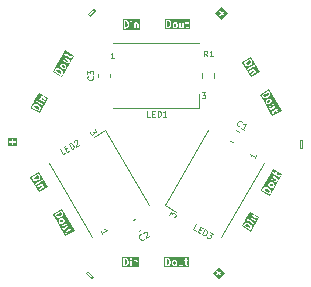
<source format=gto>
G04 #@! TF.GenerationSoftware,KiCad,Pcbnew,7.0.8*
G04 #@! TF.CreationDate,2024-03-08T23:23:19+05:00*
G04 #@! TF.ProjectId,Ws2812 PCB,57733238-3132-4205-9043-422e6b696361,1*
G04 #@! TF.SameCoordinates,Original*
G04 #@! TF.FileFunction,Legend,Top*
G04 #@! TF.FilePolarity,Positive*
%FSLAX46Y46*%
G04 Gerber Fmt 4.6, Leading zero omitted, Abs format (unit mm)*
G04 Created by KiCad (PCBNEW 7.0.8) date 2024-03-08 23:23:19*
%MOMM*%
%LPD*%
G01*
G04 APERTURE LIST*
%ADD10C,0.125000*%
%ADD11C,0.120000*%
G04 APERTURE END LIST*
D10*
G36*
X129079637Y-72801657D02*
G01*
X129092760Y-72865781D01*
X129078287Y-72919792D01*
X129052453Y-72958920D01*
X128978230Y-73030686D01*
X128917324Y-73065849D01*
X128818059Y-73094245D01*
X128771257Y-73097054D01*
X128717249Y-73082583D01*
X128668273Y-73039154D01*
X128633167Y-72978348D01*
X129044529Y-72740848D01*
X129079637Y-72801657D01*
G37*
G36*
X129841300Y-73699465D02*
G01*
X129064970Y-74147680D01*
X128810166Y-73706346D01*
X128930278Y-73706346D01*
X128936521Y-73753772D01*
X128974472Y-73782892D01*
X129021898Y-73776649D01*
X129296401Y-73618164D01*
X129300626Y-73619296D01*
X129333166Y-73640780D01*
X129361268Y-73689455D01*
X129362964Y-73717705D01*
X129347370Y-73741323D01*
X129087970Y-73891088D01*
X129058850Y-73929039D01*
X129065093Y-73976465D01*
X129103044Y-74005585D01*
X129150470Y-73999342D01*
X129422649Y-73842199D01*
X129431504Y-73830657D01*
X129443556Y-73822509D01*
X129478758Y-73769194D01*
X129482516Y-73749741D01*
X129488989Y-73731012D01*
X129485161Y-73667239D01*
X129478797Y-73654154D01*
X129476899Y-73639734D01*
X129434043Y-73565503D01*
X129422499Y-73556645D01*
X129414352Y-73544596D01*
X129396667Y-73532919D01*
X129391185Y-73491272D01*
X129353234Y-73462152D01*
X129305808Y-73468395D01*
X128959398Y-73668395D01*
X128930278Y-73706346D01*
X128810166Y-73706346D01*
X128667310Y-73458911D01*
X128787421Y-73458911D01*
X128793664Y-73506337D01*
X128831615Y-73535457D01*
X128879041Y-73529214D01*
X129225451Y-73329214D01*
X129254571Y-73291263D01*
X129248328Y-73243837D01*
X129210377Y-73214717D01*
X129162951Y-73220960D01*
X128816541Y-73420960D01*
X128787421Y-73458911D01*
X128667310Y-73458911D01*
X128367310Y-72939296D01*
X128487421Y-72939296D01*
X128493664Y-72986722D01*
X128565093Y-73110440D01*
X128573254Y-73116702D01*
X128577753Y-73125953D01*
X128645354Y-73185898D01*
X128659104Y-73190649D01*
X128670645Y-73199505D01*
X128748703Y-73220420D01*
X128758900Y-73219077D01*
X128768624Y-73222438D01*
X128832397Y-73218610D01*
X128838784Y-73215503D01*
X128845841Y-73216312D01*
X128946625Y-73187482D01*
X129257549Y-73187482D01*
X129263792Y-73234908D01*
X129275429Y-73243837D01*
X129301742Y-73264028D01*
X129301742Y-73264027D01*
X129301743Y-73264028D01*
X129340773Y-73274486D01*
X129388199Y-73268243D01*
X129406926Y-73243837D01*
X129417320Y-73230292D01*
X129417319Y-73230289D01*
X129427777Y-73191264D01*
X129427778Y-73191263D01*
X129421534Y-73143837D01*
X129415960Y-73139560D01*
X129383584Y-73114717D01*
X129383583Y-73114717D01*
X129344554Y-73104259D01*
X129344553Y-73104259D01*
X129339036Y-73104985D01*
X129297127Y-73110502D01*
X129268007Y-73148452D01*
X129257549Y-73187482D01*
X128946625Y-73187482D01*
X128959101Y-73183913D01*
X128965305Y-73178984D01*
X128973162Y-73177950D01*
X129047392Y-73135093D01*
X129052216Y-73128805D01*
X129059587Y-73125897D01*
X129144276Y-73044011D01*
X129147103Y-73037496D01*
X129152989Y-73033517D01*
X129188190Y-72980202D01*
X129190141Y-72970101D01*
X129196403Y-72961941D01*
X129217319Y-72883882D01*
X129215420Y-72869458D01*
X129218180Y-72855175D01*
X129200066Y-72766660D01*
X129194304Y-72758139D01*
X129192962Y-72747940D01*
X129121534Y-72624222D01*
X129083583Y-72595102D01*
X129036157Y-72601345D01*
X128516541Y-72901345D01*
X128487421Y-72939296D01*
X128367310Y-72939296D01*
X128345327Y-72901221D01*
X129121657Y-72453007D01*
X129841300Y-73699465D01*
G37*
G36*
X118523118Y-89579269D02*
G01*
X118562655Y-89618806D01*
X118583622Y-89660742D01*
X118608665Y-89760908D01*
X118608665Y-89831233D01*
X118583622Y-89931399D01*
X118562655Y-89973335D01*
X118523118Y-90012872D01*
X118461022Y-90033571D01*
X118390808Y-90033571D01*
X118390808Y-89558571D01*
X118461022Y-89558571D01*
X118523118Y-89579269D01*
G37*
G36*
X119619379Y-90244285D02*
G01*
X118180094Y-90244285D01*
X118180094Y-90096071D01*
X118265808Y-90096071D01*
X118284114Y-90140265D01*
X118328308Y-90158571D01*
X118471165Y-90158571D01*
X118480668Y-90154634D01*
X118490929Y-90155364D01*
X118576643Y-90126793D01*
X118587633Y-90117260D01*
X118601073Y-90111694D01*
X118616696Y-90096071D01*
X118865808Y-90096071D01*
X118884114Y-90140265D01*
X118928308Y-90158571D01*
X118972502Y-90140265D01*
X118990808Y-90096071D01*
X119151522Y-90096071D01*
X119169828Y-90140265D01*
X119214022Y-90158571D01*
X119258216Y-90140265D01*
X119276522Y-90096071D01*
X119276522Y-89779102D01*
X119279616Y-89776007D01*
X119314491Y-89758571D01*
X119370696Y-89758571D01*
X119396007Y-89771226D01*
X119408665Y-89796540D01*
X119408665Y-90096071D01*
X119426971Y-90140265D01*
X119471165Y-90158571D01*
X119515359Y-90140265D01*
X119533665Y-90096071D01*
X119533665Y-89781785D01*
X119528097Y-89768344D01*
X119527066Y-89753834D01*
X119498495Y-89696691D01*
X119483526Y-89683708D01*
X119470544Y-89668740D01*
X119413400Y-89640169D01*
X119398890Y-89639138D01*
X119385450Y-89633571D01*
X119299736Y-89633571D01*
X119286296Y-89639137D01*
X119271786Y-89640169D01*
X119252830Y-89649646D01*
X119214022Y-89633571D01*
X119169828Y-89651877D01*
X119151522Y-89696071D01*
X119151522Y-90096071D01*
X118990808Y-90096071D01*
X118990808Y-89696071D01*
X118972502Y-89651877D01*
X118928308Y-89633571D01*
X118884114Y-89651877D01*
X118865808Y-89696071D01*
X118865808Y-90096071D01*
X118616696Y-90096071D01*
X118658216Y-90054551D01*
X118662152Y-90045047D01*
X118669924Y-90038307D01*
X118698495Y-89981164D01*
X118698998Y-89974079D01*
X118703227Y-89968373D01*
X118731799Y-89854087D01*
X118730632Y-89846248D01*
X118733665Y-89838928D01*
X118733665Y-89753214D01*
X118730632Y-89745893D01*
X118731799Y-89738055D01*
X118703227Y-89623769D01*
X118698998Y-89618062D01*
X118698495Y-89610978D01*
X118669924Y-89553835D01*
X118662152Y-89547094D01*
X118658216Y-89537591D01*
X118645266Y-89524641D01*
X118837236Y-89524641D01*
X118855541Y-89568835D01*
X118855542Y-89568836D01*
X118884114Y-89597408D01*
X118884115Y-89597409D01*
X118906720Y-89606772D01*
X118928308Y-89615714D01*
X118928308Y-89615713D01*
X118928309Y-89615714D01*
X118946615Y-89608130D01*
X118972502Y-89597408D01*
X118972502Y-89597407D01*
X118972503Y-89597407D01*
X119001074Y-89568836D01*
X119019379Y-89524641D01*
X119007544Y-89496071D01*
X119001073Y-89480447D01*
X118972502Y-89451877D01*
X118944239Y-89440170D01*
X118928309Y-89433571D01*
X118928308Y-89433571D01*
X118920566Y-89436778D01*
X118884114Y-89451876D01*
X118855543Y-89480447D01*
X118855542Y-89480447D01*
X118855542Y-89480448D01*
X118855542Y-89480449D01*
X118837236Y-89524641D01*
X118645266Y-89524641D01*
X118601073Y-89480448D01*
X118587633Y-89474881D01*
X118576643Y-89465349D01*
X118490929Y-89436778D01*
X118480668Y-89437507D01*
X118471165Y-89433571D01*
X118328308Y-89433571D01*
X118284114Y-89451877D01*
X118265808Y-89496071D01*
X118265808Y-90096071D01*
X118180094Y-90096071D01*
X118180094Y-89347857D01*
X119619379Y-89347857D01*
X119619379Y-90244285D01*
G37*
X120560476Y-77499809D02*
X120322381Y-77499809D01*
X120322381Y-77499809D02*
X120322381Y-76999809D01*
X120727143Y-77237904D02*
X120893810Y-77237904D01*
X120965238Y-77499809D02*
X120727143Y-77499809D01*
X120727143Y-77499809D02*
X120727143Y-76999809D01*
X120727143Y-76999809D02*
X120965238Y-76999809D01*
X121179524Y-77499809D02*
X121179524Y-76999809D01*
X121179524Y-76999809D02*
X121298572Y-76999809D01*
X121298572Y-76999809D02*
X121370000Y-77023619D01*
X121370000Y-77023619D02*
X121417619Y-77071238D01*
X121417619Y-77071238D02*
X121441429Y-77118857D01*
X121441429Y-77118857D02*
X121465238Y-77214095D01*
X121465238Y-77214095D02*
X121465238Y-77285523D01*
X121465238Y-77285523D02*
X121441429Y-77380761D01*
X121441429Y-77380761D02*
X121417619Y-77428380D01*
X121417619Y-77428380D02*
X121370000Y-77476000D01*
X121370000Y-77476000D02*
X121298572Y-77499809D01*
X121298572Y-77499809D02*
X121179524Y-77499809D01*
X121941429Y-77499809D02*
X121655715Y-77499809D01*
X121798572Y-77499809D02*
X121798572Y-76999809D01*
X121798572Y-76999809D02*
X121750953Y-77071238D01*
X121750953Y-77071238D02*
X121703334Y-77118857D01*
X121703334Y-77118857D02*
X121655715Y-77142666D01*
X124917648Y-75449809D02*
X125227172Y-75449809D01*
X125227172Y-75449809D02*
X125060505Y-75640285D01*
X125060505Y-75640285D02*
X125131934Y-75640285D01*
X125131934Y-75640285D02*
X125179553Y-75664095D01*
X125179553Y-75664095D02*
X125203362Y-75687904D01*
X125203362Y-75687904D02*
X125227172Y-75735523D01*
X125227172Y-75735523D02*
X125227172Y-75854571D01*
X125227172Y-75854571D02*
X125203362Y-75902190D01*
X125203362Y-75902190D02*
X125179553Y-75926000D01*
X125179553Y-75926000D02*
X125131934Y-75949809D01*
X125131934Y-75949809D02*
X124989077Y-75949809D01*
X124989077Y-75949809D02*
X124941458Y-75926000D01*
X124941458Y-75926000D02*
X124917648Y-75902190D01*
X117502172Y-72574809D02*
X117216458Y-72574809D01*
X117359315Y-72574809D02*
X117359315Y-72074809D01*
X117359315Y-72074809D02*
X117311696Y-72146238D01*
X117311696Y-72146238D02*
X117264077Y-72193857D01*
X117264077Y-72193857D02*
X117216458Y-72217666D01*
G36*
X128768915Y-86601343D02*
G01*
X128868180Y-86629739D01*
X128929084Y-86664901D01*
X129003309Y-86736669D01*
X129029144Y-86775797D01*
X129043616Y-86829807D01*
X129030493Y-86893932D01*
X128995385Y-86954741D01*
X128584024Y-86717241D01*
X128619131Y-86656433D01*
X128668106Y-86613005D01*
X128722113Y-86598534D01*
X128768915Y-86601343D01*
G37*
G36*
X129792156Y-85996124D02*
G01*
X129072513Y-87242582D01*
X128296183Y-86794368D01*
X128318165Y-86756294D01*
X128438278Y-86756294D01*
X128467398Y-86794245D01*
X128987013Y-87094245D01*
X129034439Y-87100488D01*
X129072390Y-87071368D01*
X129143818Y-86947650D01*
X129145160Y-86937450D01*
X129150922Y-86928930D01*
X129169036Y-86840414D01*
X129166276Y-86826130D01*
X129168175Y-86811707D01*
X129147259Y-86733649D01*
X129140997Y-86725488D01*
X129139046Y-86715388D01*
X129103845Y-86662073D01*
X129097961Y-86658094D01*
X129095133Y-86651579D01*
X129010444Y-86569692D01*
X129003072Y-86566782D01*
X128998248Y-86560496D01*
X128924018Y-86517639D01*
X128916161Y-86516604D01*
X128909957Y-86511676D01*
X128796697Y-86479277D01*
X128789640Y-86480085D01*
X128783253Y-86476979D01*
X128719480Y-86473151D01*
X128709756Y-86476511D01*
X128699559Y-86475169D01*
X128621501Y-86496085D01*
X128609960Y-86504940D01*
X128596210Y-86509692D01*
X128528609Y-86569637D01*
X128524110Y-86578887D01*
X128515949Y-86585150D01*
X128444521Y-86708868D01*
X128438278Y-86756294D01*
X128318165Y-86756294D01*
X128560430Y-86336679D01*
X128911483Y-86336679D01*
X128940603Y-86374630D01*
X129287013Y-86574630D01*
X129334439Y-86580873D01*
X129372390Y-86551753D01*
X129378633Y-86504327D01*
X129349513Y-86466376D01*
X129003103Y-86266376D01*
X128955677Y-86260133D01*
X128917726Y-86289253D01*
X128911483Y-86336679D01*
X128560430Y-86336679D01*
X128618166Y-86236678D01*
X128738277Y-86236678D01*
X128748734Y-86275707D01*
X128777854Y-86313658D01*
X128825280Y-86319903D01*
X128825281Y-86319902D01*
X128864311Y-86309444D01*
X128864311Y-86309443D01*
X128864312Y-86309444D01*
X128902262Y-86280324D01*
X128903012Y-86274630D01*
X128908506Y-86232898D01*
X128908504Y-86232895D01*
X128898047Y-86193869D01*
X128898046Y-86193868D01*
X128898047Y-86193868D01*
X128868927Y-86155918D01*
X128821501Y-86149675D01*
X128782474Y-86160132D01*
X128782473Y-86160132D01*
X128758151Y-86178795D01*
X128744521Y-86189253D01*
X128743217Y-86199162D01*
X128738277Y-86236678D01*
X128618166Y-86236678D01*
X128703288Y-86089243D01*
X129054340Y-86089243D01*
X129083460Y-86127194D01*
X129429870Y-86327194D01*
X129477296Y-86333437D01*
X129515247Y-86304317D01*
X129521490Y-86256891D01*
X129492370Y-86218940D01*
X129217866Y-86060455D01*
X129216734Y-86056231D01*
X129219071Y-86017307D01*
X129247173Y-85968633D01*
X129270790Y-85953040D01*
X129299039Y-85954735D01*
X129558441Y-86104501D01*
X129605867Y-86110745D01*
X129643817Y-86081625D01*
X129650061Y-86034199D01*
X129620941Y-85996248D01*
X129348762Y-85839105D01*
X129334339Y-85837206D01*
X129321257Y-85830844D01*
X129257484Y-85827016D01*
X129238754Y-85833488D01*
X129219302Y-85837247D01*
X129165987Y-85872449D01*
X129157839Y-85884499D01*
X129146298Y-85893355D01*
X129103441Y-85967586D01*
X129101542Y-85982006D01*
X129095179Y-85995091D01*
X129093909Y-86016245D01*
X129060583Y-86041817D01*
X129054340Y-86089243D01*
X128703288Y-86089243D01*
X129015826Y-85547910D01*
X129792156Y-85996124D01*
G37*
G36*
X109289285Y-80023120D02*
G01*
X108535714Y-80023120D01*
X108535714Y-79646335D01*
X108621428Y-79646335D01*
X108639734Y-79690529D01*
X108683928Y-79708835D01*
X108850000Y-79708835D01*
X108850000Y-79874906D01*
X108868306Y-79919100D01*
X108912500Y-79937406D01*
X108956694Y-79919100D01*
X108975000Y-79874906D01*
X108975000Y-79708835D01*
X109141071Y-79708835D01*
X109185265Y-79690529D01*
X109203571Y-79646335D01*
X109185265Y-79602141D01*
X109141071Y-79583835D01*
X108975000Y-79583835D01*
X108975000Y-79417764D01*
X108956694Y-79373570D01*
X108912500Y-79355264D01*
X108868306Y-79373570D01*
X108850000Y-79417764D01*
X108850000Y-79583835D01*
X108683928Y-79583835D01*
X108639734Y-79602141D01*
X108621428Y-79646335D01*
X108535714Y-79646335D01*
X108535714Y-79269550D01*
X109289285Y-79269550D01*
X109289285Y-80023120D01*
G37*
G36*
X115840389Y-91070887D02*
G01*
X115630782Y-91280493D01*
X115097928Y-90747638D01*
X115245034Y-90747638D01*
X115263340Y-90791832D01*
X115586589Y-91115081D01*
X115630783Y-91133387D01*
X115674977Y-91115081D01*
X115693283Y-91070887D01*
X115674977Y-91026693D01*
X115351728Y-90703444D01*
X115307534Y-90685138D01*
X115263340Y-90703444D01*
X115245034Y-90747638D01*
X115097928Y-90747638D01*
X115307534Y-90538032D01*
X115840389Y-91070887D01*
G37*
G36*
X122089903Y-89579269D02*
G01*
X122129440Y-89618806D01*
X122150407Y-89660742D01*
X122175450Y-89760908D01*
X122175450Y-89831233D01*
X122150407Y-89931399D01*
X122129440Y-89973335D01*
X122089903Y-90012872D01*
X122027807Y-90033571D01*
X121957593Y-90033571D01*
X121957593Y-89558571D01*
X122027807Y-89558571D01*
X122089903Y-89579269D01*
G37*
G36*
X122686642Y-89776008D02*
G01*
X122700869Y-89790235D01*
X122718307Y-89825111D01*
X122718307Y-89967030D01*
X122700869Y-90001906D01*
X122686642Y-90016133D01*
X122651767Y-90033571D01*
X122595562Y-90033571D01*
X122560687Y-90016134D01*
X122546458Y-90001905D01*
X122529021Y-89967030D01*
X122529021Y-89825111D01*
X122546458Y-89790236D01*
X122560687Y-89776007D01*
X122595562Y-89758571D01*
X122651767Y-89758571D01*
X122686642Y-89776008D01*
G37*
G36*
X123871878Y-90244285D02*
G01*
X121746879Y-90244285D01*
X121746879Y-90096071D01*
X121832593Y-90096071D01*
X121850899Y-90140265D01*
X121895093Y-90158571D01*
X122037950Y-90158571D01*
X122047453Y-90154634D01*
X122057714Y-90155364D01*
X122143428Y-90126793D01*
X122154418Y-90117260D01*
X122167858Y-90111694D01*
X122225001Y-90054551D01*
X122228937Y-90045047D01*
X122236709Y-90038307D01*
X122264970Y-89981785D01*
X122404021Y-89981785D01*
X122409587Y-89995223D01*
X122410619Y-90009736D01*
X122439191Y-90066879D01*
X122446962Y-90073618D01*
X122450898Y-90083121D01*
X122479469Y-90111693D01*
X122488973Y-90115630D01*
X122495714Y-90123402D01*
X122552857Y-90151973D01*
X122567367Y-90153004D01*
X122580807Y-90158571D01*
X122666521Y-90158571D01*
X122679961Y-90153003D01*
X122694471Y-90151973D01*
X122751615Y-90123402D01*
X122758355Y-90115630D01*
X122767858Y-90111694D01*
X122796430Y-90083122D01*
X122800366Y-90073618D01*
X122808138Y-90066878D01*
X122836398Y-90010357D01*
X122975450Y-90010357D01*
X122981017Y-90023797D01*
X122982048Y-90038307D01*
X123010619Y-90095451D01*
X123025590Y-90108435D01*
X123038571Y-90123402D01*
X123095714Y-90151973D01*
X123110224Y-90153004D01*
X123123664Y-90158571D01*
X123209378Y-90158571D01*
X123222818Y-90153003D01*
X123237328Y-90151973D01*
X123256283Y-90142495D01*
X123295093Y-90158571D01*
X123339287Y-90140265D01*
X123357593Y-90096071D01*
X123357593Y-89696071D01*
X123432592Y-89696071D01*
X123450898Y-89740265D01*
X123495092Y-89758571D01*
X123518307Y-89758571D01*
X123518307Y-90010357D01*
X123523874Y-90023797D01*
X123524905Y-90038307D01*
X123553476Y-90095451D01*
X123568447Y-90108435D01*
X123581428Y-90123402D01*
X123638571Y-90151973D01*
X123653081Y-90153004D01*
X123666521Y-90158571D01*
X123723664Y-90158571D01*
X123767858Y-90140265D01*
X123786164Y-90096071D01*
X123767858Y-90051877D01*
X123723664Y-90033571D01*
X123681276Y-90033571D01*
X123655962Y-90020915D01*
X123643307Y-89995603D01*
X123643307Y-89758571D01*
X123723664Y-89758571D01*
X123767858Y-89740265D01*
X123786164Y-89696071D01*
X123767858Y-89651877D01*
X123723664Y-89633571D01*
X123643307Y-89633571D01*
X123643307Y-89496071D01*
X123625001Y-89451877D01*
X123580807Y-89433571D01*
X123536613Y-89451877D01*
X123518307Y-89496071D01*
X123518307Y-89633571D01*
X123495092Y-89633571D01*
X123450898Y-89651877D01*
X123432592Y-89696071D01*
X123357593Y-89696071D01*
X123339287Y-89651877D01*
X123295093Y-89633571D01*
X123250899Y-89651877D01*
X123232593Y-89696071D01*
X123232593Y-90013040D01*
X123229499Y-90016133D01*
X123194624Y-90033571D01*
X123138419Y-90033571D01*
X123113105Y-90020915D01*
X123100450Y-89995603D01*
X123100450Y-89696071D01*
X123082144Y-89651877D01*
X123037950Y-89633571D01*
X122993756Y-89651877D01*
X122975450Y-89696071D01*
X122975450Y-90010357D01*
X122836398Y-90010357D01*
X122836709Y-90009735D01*
X122837740Y-89995224D01*
X122843307Y-89981785D01*
X122843307Y-89810357D01*
X122837740Y-89796917D01*
X122836709Y-89782407D01*
X122808138Y-89725264D01*
X122800366Y-89718523D01*
X122796430Y-89709020D01*
X122767858Y-89680448D01*
X122758355Y-89676511D01*
X122751615Y-89668740D01*
X122694471Y-89640169D01*
X122679961Y-89639138D01*
X122666521Y-89633571D01*
X122580807Y-89633571D01*
X122567367Y-89639137D01*
X122552857Y-89640169D01*
X122495714Y-89668740D01*
X122488973Y-89676511D01*
X122479469Y-89680449D01*
X122450898Y-89709021D01*
X122446962Y-89718523D01*
X122439191Y-89725263D01*
X122410619Y-89782406D01*
X122409587Y-89796918D01*
X122404021Y-89810357D01*
X122404021Y-89981785D01*
X122264970Y-89981785D01*
X122265280Y-89981164D01*
X122265783Y-89974079D01*
X122270012Y-89968373D01*
X122298584Y-89854087D01*
X122297417Y-89846248D01*
X122300450Y-89838928D01*
X122300450Y-89753214D01*
X122297417Y-89745893D01*
X122298584Y-89738055D01*
X122270012Y-89623769D01*
X122265783Y-89618062D01*
X122265280Y-89610978D01*
X122236709Y-89553835D01*
X122228937Y-89547094D01*
X122225001Y-89537591D01*
X122167858Y-89480448D01*
X122154418Y-89474881D01*
X122143428Y-89465349D01*
X122057714Y-89436778D01*
X122047453Y-89437507D01*
X122037950Y-89433571D01*
X121895093Y-89433571D01*
X121850899Y-89451877D01*
X121832593Y-89496071D01*
X121832593Y-90096071D01*
X121746879Y-90096071D01*
X121746879Y-89347857D01*
X123871878Y-89347857D01*
X123871878Y-90244285D01*
G37*
G36*
X122139903Y-69436269D02*
G01*
X122179440Y-69475806D01*
X122200407Y-69517742D01*
X122225450Y-69617908D01*
X122225450Y-69688233D01*
X122200407Y-69788399D01*
X122179440Y-69830335D01*
X122139903Y-69869872D01*
X122077807Y-69890571D01*
X122007593Y-69890571D01*
X122007593Y-69415571D01*
X122077807Y-69415571D01*
X122139903Y-69436269D01*
G37*
G36*
X122736642Y-69633008D02*
G01*
X122750869Y-69647235D01*
X122768307Y-69682111D01*
X122768307Y-69824030D01*
X122750869Y-69858906D01*
X122736642Y-69873133D01*
X122701767Y-69890571D01*
X122645562Y-69890571D01*
X122610687Y-69873134D01*
X122596458Y-69858905D01*
X122579021Y-69824030D01*
X122579021Y-69682111D01*
X122596458Y-69647236D01*
X122610687Y-69633007D01*
X122645562Y-69615571D01*
X122701767Y-69615571D01*
X122736642Y-69633008D01*
G37*
G36*
X123921878Y-70101285D02*
G01*
X121796879Y-70101285D01*
X121796879Y-69953071D01*
X121882593Y-69953071D01*
X121900899Y-69997265D01*
X121945093Y-70015571D01*
X122087950Y-70015571D01*
X122097453Y-70011634D01*
X122107714Y-70012364D01*
X122193428Y-69983793D01*
X122204418Y-69974260D01*
X122217858Y-69968694D01*
X122275001Y-69911551D01*
X122278937Y-69902047D01*
X122286709Y-69895307D01*
X122314970Y-69838785D01*
X122454021Y-69838785D01*
X122459587Y-69852223D01*
X122460619Y-69866736D01*
X122489191Y-69923879D01*
X122496962Y-69930618D01*
X122500898Y-69940121D01*
X122529469Y-69968693D01*
X122538973Y-69972630D01*
X122545714Y-69980402D01*
X122602857Y-70008973D01*
X122617367Y-70010004D01*
X122630807Y-70015571D01*
X122716521Y-70015571D01*
X122729961Y-70010003D01*
X122744471Y-70008973D01*
X122801615Y-69980402D01*
X122808355Y-69972630D01*
X122817858Y-69968694D01*
X122846430Y-69940122D01*
X122850366Y-69930618D01*
X122858138Y-69923878D01*
X122886398Y-69867357D01*
X123025450Y-69867357D01*
X123031017Y-69880797D01*
X123032048Y-69895307D01*
X123060619Y-69952451D01*
X123075590Y-69965435D01*
X123088571Y-69980402D01*
X123145714Y-70008973D01*
X123160224Y-70010004D01*
X123173664Y-70015571D01*
X123259378Y-70015571D01*
X123272818Y-70010003D01*
X123287328Y-70008973D01*
X123306283Y-69999495D01*
X123345093Y-70015571D01*
X123389287Y-69997265D01*
X123407593Y-69953071D01*
X123407593Y-69553071D01*
X123482592Y-69553071D01*
X123500898Y-69597265D01*
X123545092Y-69615571D01*
X123568307Y-69615571D01*
X123568307Y-69867357D01*
X123573874Y-69880797D01*
X123574905Y-69895307D01*
X123603476Y-69952451D01*
X123618447Y-69965435D01*
X123631428Y-69980402D01*
X123688571Y-70008973D01*
X123703081Y-70010004D01*
X123716521Y-70015571D01*
X123773664Y-70015571D01*
X123817858Y-69997265D01*
X123836164Y-69953071D01*
X123817858Y-69908877D01*
X123773664Y-69890571D01*
X123731276Y-69890571D01*
X123705962Y-69877915D01*
X123693307Y-69852603D01*
X123693307Y-69615571D01*
X123773664Y-69615571D01*
X123817858Y-69597265D01*
X123836164Y-69553071D01*
X123817858Y-69508877D01*
X123773664Y-69490571D01*
X123693307Y-69490571D01*
X123693307Y-69353071D01*
X123675001Y-69308877D01*
X123630807Y-69290571D01*
X123586613Y-69308877D01*
X123568307Y-69353071D01*
X123568307Y-69490571D01*
X123545092Y-69490571D01*
X123500898Y-69508877D01*
X123482592Y-69553071D01*
X123407593Y-69553071D01*
X123389287Y-69508877D01*
X123345093Y-69490571D01*
X123300899Y-69508877D01*
X123282593Y-69553071D01*
X123282593Y-69870040D01*
X123279499Y-69873133D01*
X123244624Y-69890571D01*
X123188419Y-69890571D01*
X123163105Y-69877915D01*
X123150450Y-69852603D01*
X123150450Y-69553071D01*
X123132144Y-69508877D01*
X123087950Y-69490571D01*
X123043756Y-69508877D01*
X123025450Y-69553071D01*
X123025450Y-69867357D01*
X122886398Y-69867357D01*
X122886709Y-69866735D01*
X122887740Y-69852224D01*
X122893307Y-69838785D01*
X122893307Y-69667357D01*
X122887740Y-69653917D01*
X122886709Y-69639407D01*
X122858138Y-69582264D01*
X122850366Y-69575523D01*
X122846430Y-69566020D01*
X122817858Y-69537448D01*
X122808355Y-69533511D01*
X122801615Y-69525740D01*
X122744471Y-69497169D01*
X122729961Y-69496138D01*
X122716521Y-69490571D01*
X122630807Y-69490571D01*
X122617367Y-69496137D01*
X122602857Y-69497169D01*
X122545714Y-69525740D01*
X122538973Y-69533511D01*
X122529469Y-69537449D01*
X122500898Y-69566021D01*
X122496962Y-69575523D01*
X122489191Y-69582263D01*
X122460619Y-69639406D01*
X122459587Y-69653918D01*
X122454021Y-69667357D01*
X122454021Y-69838785D01*
X122314970Y-69838785D01*
X122315280Y-69838164D01*
X122315783Y-69831079D01*
X122320012Y-69825373D01*
X122348584Y-69711087D01*
X122347417Y-69703248D01*
X122350450Y-69695928D01*
X122350450Y-69610214D01*
X122347417Y-69602893D01*
X122348584Y-69595055D01*
X122320012Y-69480769D01*
X122315783Y-69475062D01*
X122315280Y-69467978D01*
X122286709Y-69410835D01*
X122278937Y-69404094D01*
X122275001Y-69394591D01*
X122217858Y-69337448D01*
X122204418Y-69331881D01*
X122193428Y-69322349D01*
X122107714Y-69293778D01*
X122097453Y-69294507D01*
X122087950Y-69290571D01*
X121945093Y-69290571D01*
X121900899Y-69308877D01*
X121882593Y-69353071D01*
X121882593Y-69953071D01*
X121796879Y-69953071D01*
X121796879Y-69204857D01*
X123921878Y-69204857D01*
X123921878Y-70101285D01*
G37*
G36*
X112771432Y-73526055D02*
G01*
X112870697Y-73554451D01*
X112931600Y-73589613D01*
X113005827Y-73661384D01*
X113031661Y-73700511D01*
X113046132Y-73754520D01*
X113033010Y-73818644D01*
X112997902Y-73879453D01*
X112586540Y-73641953D01*
X112621647Y-73581145D01*
X112670621Y-73537717D01*
X112724629Y-73523246D01*
X112771432Y-73526055D01*
G37*
G36*
X113197728Y-73116425D02*
G01*
X113320634Y-73187386D01*
X113342117Y-73219923D01*
X113347325Y-73239359D01*
X113344989Y-73278282D01*
X113316887Y-73326955D01*
X113284346Y-73348440D01*
X113264914Y-73353647D01*
X113225991Y-73351311D01*
X113103085Y-73280350D01*
X113081600Y-73247811D01*
X113076393Y-73228379D01*
X113078729Y-73189456D01*
X113106831Y-73140781D01*
X113139370Y-73119297D01*
X113158805Y-73114089D01*
X113197728Y-73116425D01*
G37*
G36*
X114137529Y-72326990D02*
G01*
X113075029Y-74167294D01*
X112298699Y-73719080D01*
X112320681Y-73681006D01*
X112440794Y-73681006D01*
X112469914Y-73718957D01*
X112989529Y-74018957D01*
X113036955Y-74025200D01*
X113074906Y-73996080D01*
X113146334Y-73872362D01*
X113147676Y-73862164D01*
X113153439Y-73853642D01*
X113171552Y-73765125D01*
X113168792Y-73750841D01*
X113170691Y-73736419D01*
X113149776Y-73658361D01*
X113143514Y-73650200D01*
X113141563Y-73640100D01*
X113106361Y-73586785D01*
X113100477Y-73582806D01*
X113097649Y-73576291D01*
X113012961Y-73494404D01*
X113005589Y-73491494D01*
X113000765Y-73485208D01*
X112926535Y-73442351D01*
X112918678Y-73441316D01*
X112912474Y-73436388D01*
X112799214Y-73403989D01*
X112792157Y-73404797D01*
X112785770Y-73401691D01*
X112721997Y-73397863D01*
X112712273Y-73401223D01*
X112702076Y-73399881D01*
X112624017Y-73420797D01*
X112612475Y-73429653D01*
X112598726Y-73434405D01*
X112531126Y-73494350D01*
X112526628Y-73503599D01*
X112518466Y-73509862D01*
X112447037Y-73633580D01*
X112440794Y-73681006D01*
X112320681Y-73681006D01*
X112580485Y-73231012D01*
X112951010Y-73231012D01*
X112954370Y-73240735D01*
X112953028Y-73250933D01*
X112963486Y-73289963D01*
X112969747Y-73298123D01*
X112971699Y-73308223D01*
X113006901Y-73361538D01*
X113018952Y-73369686D01*
X113027808Y-73381228D01*
X113176269Y-73466942D01*
X113190691Y-73468840D01*
X113203774Y-73475203D01*
X113267547Y-73479031D01*
X113277270Y-73475670D01*
X113287468Y-73477013D01*
X113326498Y-73466555D01*
X113334658Y-73460293D01*
X113344758Y-73458342D01*
X113398072Y-73423141D01*
X113406220Y-73411090D01*
X113417762Y-73402234D01*
X113460620Y-73328003D01*
X113462518Y-73313581D01*
X113468882Y-73300497D01*
X113472709Y-73236724D01*
X113469349Y-73227002D01*
X113470692Y-73216805D01*
X113460235Y-73177776D01*
X113453972Y-73169614D01*
X113452021Y-73159514D01*
X113416819Y-73106199D01*
X113404767Y-73098050D01*
X113395912Y-73086509D01*
X113247451Y-73000795D01*
X113233028Y-72998896D01*
X113219946Y-72992534D01*
X113156173Y-72988706D01*
X113146449Y-72992066D01*
X113136252Y-72990724D01*
X113097222Y-73001182D01*
X113089061Y-73007443D01*
X113078961Y-73009395D01*
X113025646Y-73044596D01*
X113017496Y-73056648D01*
X113005956Y-73065504D01*
X112963099Y-73139734D01*
X112961200Y-73154156D01*
X112954838Y-73167239D01*
X112951010Y-73231012D01*
X112580485Y-73231012D01*
X112834374Y-72791263D01*
X113185428Y-72791263D01*
X113214548Y-72829214D01*
X113486727Y-72986356D01*
X113501149Y-72988254D01*
X113514232Y-72994617D01*
X113578005Y-72998445D01*
X113596734Y-72991972D01*
X113616187Y-72988214D01*
X113669501Y-72953013D01*
X113677648Y-72940963D01*
X113689192Y-72932106D01*
X113732048Y-72857875D01*
X113733946Y-72843454D01*
X113740310Y-72830370D01*
X113741579Y-72809215D01*
X113774906Y-72783644D01*
X113781149Y-72736218D01*
X113752029Y-72698267D01*
X113405619Y-72498267D01*
X113358193Y-72492024D01*
X113320242Y-72521144D01*
X113313999Y-72568570D01*
X113343119Y-72606521D01*
X113617622Y-72765005D01*
X113618754Y-72769229D01*
X113616417Y-72808153D01*
X113588315Y-72856828D01*
X113564699Y-72872420D01*
X113536449Y-72870725D01*
X113277048Y-72720960D01*
X113229622Y-72714717D01*
X113191671Y-72743837D01*
X113185428Y-72791263D01*
X112834374Y-72791263D01*
X113163538Y-72221135D01*
X113283651Y-72221135D01*
X113312771Y-72259086D01*
X113431848Y-72327835D01*
X113420242Y-72347939D01*
X113413999Y-72395365D01*
X113443119Y-72433316D01*
X113490545Y-72439559D01*
X113528496Y-72410439D01*
X113540102Y-72390335D01*
X113758156Y-72516228D01*
X113772578Y-72518126D01*
X113785661Y-72524489D01*
X113849433Y-72528317D01*
X113868162Y-72521844D01*
X113887615Y-72518086D01*
X113940929Y-72482885D01*
X113949076Y-72470835D01*
X113960619Y-72461979D01*
X113989191Y-72412492D01*
X113995435Y-72365065D01*
X113966316Y-72327115D01*
X113918889Y-72320871D01*
X113880939Y-72349990D01*
X113859744Y-72386699D01*
X113836127Y-72402292D01*
X113807878Y-72400597D01*
X113602603Y-72282081D01*
X113642782Y-72212491D01*
X113649025Y-72165065D01*
X113619905Y-72127114D01*
X113572479Y-72120871D01*
X113534528Y-72149991D01*
X113494349Y-72219581D01*
X113375271Y-72150832D01*
X113327845Y-72144589D01*
X113289894Y-72173709D01*
X113283651Y-72221135D01*
X113163538Y-72221135D01*
X113361199Y-71878776D01*
X114137529Y-72326990D01*
G37*
G36*
X118564903Y-69461269D02*
G01*
X118604440Y-69500806D01*
X118625407Y-69542742D01*
X118650450Y-69642908D01*
X118650450Y-69713233D01*
X118625407Y-69813399D01*
X118604440Y-69855335D01*
X118564903Y-69894872D01*
X118502807Y-69915571D01*
X118432593Y-69915571D01*
X118432593Y-69440571D01*
X118502807Y-69440571D01*
X118564903Y-69461269D01*
G37*
G36*
X119661164Y-70126285D02*
G01*
X118221879Y-70126285D01*
X118221879Y-69978071D01*
X118307593Y-69978071D01*
X118325899Y-70022265D01*
X118370093Y-70040571D01*
X118512950Y-70040571D01*
X118522453Y-70036634D01*
X118532714Y-70037364D01*
X118618428Y-70008793D01*
X118629418Y-69999260D01*
X118642858Y-69993694D01*
X118658481Y-69978071D01*
X118907593Y-69978071D01*
X118925899Y-70022265D01*
X118970093Y-70040571D01*
X119014287Y-70022265D01*
X119032593Y-69978071D01*
X119193307Y-69978071D01*
X119211613Y-70022265D01*
X119255807Y-70040571D01*
X119300001Y-70022265D01*
X119318307Y-69978071D01*
X119318307Y-69661102D01*
X119321401Y-69658007D01*
X119356276Y-69640571D01*
X119412481Y-69640571D01*
X119437792Y-69653226D01*
X119450450Y-69678540D01*
X119450450Y-69978071D01*
X119468756Y-70022265D01*
X119512950Y-70040571D01*
X119557144Y-70022265D01*
X119575450Y-69978071D01*
X119575450Y-69663785D01*
X119569882Y-69650344D01*
X119568851Y-69635834D01*
X119540280Y-69578691D01*
X119525311Y-69565708D01*
X119512329Y-69550740D01*
X119455185Y-69522169D01*
X119440675Y-69521138D01*
X119427235Y-69515571D01*
X119341521Y-69515571D01*
X119328081Y-69521137D01*
X119313571Y-69522169D01*
X119294615Y-69531646D01*
X119255807Y-69515571D01*
X119211613Y-69533877D01*
X119193307Y-69578071D01*
X119193307Y-69978071D01*
X119032593Y-69978071D01*
X119032593Y-69578071D01*
X119014287Y-69533877D01*
X118970093Y-69515571D01*
X118925899Y-69533877D01*
X118907593Y-69578071D01*
X118907593Y-69978071D01*
X118658481Y-69978071D01*
X118700001Y-69936551D01*
X118703937Y-69927047D01*
X118711709Y-69920307D01*
X118740280Y-69863164D01*
X118740783Y-69856079D01*
X118745012Y-69850373D01*
X118773584Y-69736087D01*
X118772417Y-69728248D01*
X118775450Y-69720928D01*
X118775450Y-69635214D01*
X118772417Y-69627893D01*
X118773584Y-69620055D01*
X118745012Y-69505769D01*
X118740783Y-69500062D01*
X118740280Y-69492978D01*
X118711709Y-69435835D01*
X118703937Y-69429094D01*
X118700001Y-69419591D01*
X118687051Y-69406641D01*
X118879021Y-69406641D01*
X118897326Y-69450835D01*
X118897327Y-69450836D01*
X118925899Y-69479408D01*
X118925900Y-69479409D01*
X118948505Y-69488772D01*
X118970093Y-69497714D01*
X118970093Y-69497713D01*
X118970094Y-69497714D01*
X118988400Y-69490130D01*
X119014287Y-69479408D01*
X119014287Y-69479407D01*
X119014288Y-69479407D01*
X119042859Y-69450836D01*
X119061164Y-69406641D01*
X119049329Y-69378071D01*
X119042858Y-69362447D01*
X119014287Y-69333877D01*
X118986024Y-69322170D01*
X118970094Y-69315571D01*
X118970093Y-69315571D01*
X118962351Y-69318778D01*
X118925899Y-69333876D01*
X118897328Y-69362447D01*
X118897327Y-69362447D01*
X118897327Y-69362448D01*
X118897327Y-69362449D01*
X118879021Y-69406641D01*
X118687051Y-69406641D01*
X118642858Y-69362448D01*
X118629418Y-69356881D01*
X118618428Y-69347349D01*
X118532714Y-69318778D01*
X118522453Y-69319507D01*
X118512950Y-69315571D01*
X118370093Y-69315571D01*
X118325899Y-69333877D01*
X118307593Y-69378071D01*
X118307593Y-69978071D01*
X118221879Y-69978071D01*
X118221879Y-69229857D01*
X119661164Y-69229857D01*
X119661164Y-70126285D01*
G37*
G36*
X127146610Y-68752847D02*
G01*
X126613756Y-69285701D01*
X126242526Y-68914471D01*
X126389631Y-68914471D01*
X126407937Y-68958665D01*
X126452131Y-68976971D01*
X126496325Y-68958665D01*
X126613755Y-68841234D01*
X126731186Y-68958665D01*
X126775380Y-68976971D01*
X126819574Y-68958665D01*
X126837880Y-68914471D01*
X126819574Y-68870277D01*
X126702143Y-68752846D01*
X126819574Y-68635416D01*
X126837880Y-68591222D01*
X126819574Y-68547028D01*
X126775380Y-68528722D01*
X126731186Y-68547028D01*
X126613755Y-68664458D01*
X126496325Y-68547028D01*
X126452131Y-68528722D01*
X126407937Y-68547028D01*
X126389631Y-68591222D01*
X126407937Y-68635416D01*
X126525367Y-68752846D01*
X126407937Y-68870277D01*
X126389631Y-68914471D01*
X126242526Y-68914471D01*
X126080901Y-68752846D01*
X126613755Y-68219992D01*
X127146610Y-68752847D01*
G37*
G36*
X113136247Y-86219456D02*
G01*
X113168788Y-86240942D01*
X113196889Y-86289615D01*
X113199226Y-86328539D01*
X113194018Y-86347974D01*
X113172535Y-86380511D01*
X113049628Y-86451472D01*
X113010705Y-86453808D01*
X112991273Y-86448601D01*
X112958733Y-86427116D01*
X112930631Y-86378442D01*
X112928294Y-86339518D01*
X112933501Y-86320085D01*
X112954985Y-86287546D01*
X113077892Y-86216585D01*
X113116815Y-86214249D01*
X113136247Y-86219456D01*
G37*
G36*
X113058116Y-85649253D02*
G01*
X113071238Y-85713376D01*
X113056765Y-85767388D01*
X113030931Y-85806516D01*
X112956710Y-85878280D01*
X112895806Y-85913444D01*
X112796538Y-85941841D01*
X112749737Y-85944650D01*
X112695726Y-85930178D01*
X112646753Y-85886752D01*
X112611646Y-85825944D01*
X113023008Y-85588444D01*
X113058116Y-85649253D01*
G37*
G36*
X114162635Y-87140907D02*
G01*
X113386304Y-87589122D01*
X113206182Y-87277142D01*
X113345768Y-87277142D01*
X113349596Y-87340915D01*
X113355958Y-87353997D01*
X113357857Y-87368420D01*
X113386428Y-87417906D01*
X113424378Y-87447027D01*
X113471804Y-87440783D01*
X113500925Y-87402833D01*
X113494681Y-87355407D01*
X113473488Y-87318697D01*
X113471792Y-87290448D01*
X113487385Y-87266832D01*
X113692660Y-87148316D01*
X113732839Y-87217907D01*
X113770790Y-87247027D01*
X113818216Y-87240784D01*
X113847336Y-87202833D01*
X113841093Y-87155407D01*
X113800914Y-87085815D01*
X113919992Y-87017066D01*
X113949112Y-86979115D01*
X113942868Y-86931689D01*
X113904918Y-86902569D01*
X113857492Y-86908813D01*
X113738414Y-86977562D01*
X113726807Y-86957458D01*
X113688856Y-86928338D01*
X113641430Y-86934581D01*
X113612310Y-86972532D01*
X113618553Y-87019958D01*
X113630160Y-87040062D01*
X113412108Y-87165955D01*
X113403252Y-87177496D01*
X113391201Y-87185645D01*
X113355999Y-87238960D01*
X113352240Y-87258412D01*
X113345768Y-87277142D01*
X113206182Y-87277142D01*
X112934753Y-86807013D01*
X113074340Y-86807013D01*
X113078167Y-86870786D01*
X113084530Y-86883869D01*
X113086429Y-86898293D01*
X113129287Y-86972523D01*
X113140827Y-86981377D01*
X113148976Y-86993429D01*
X113166660Y-87005105D01*
X113172143Y-87046753D01*
X113210094Y-87075873D01*
X113257520Y-87069630D01*
X113307006Y-87041059D01*
X113307007Y-87041059D01*
X113307007Y-87041058D01*
X113603930Y-86869630D01*
X113633050Y-86831679D01*
X113626807Y-86784253D01*
X113588856Y-86755133D01*
X113541430Y-86761376D01*
X113266925Y-86919861D01*
X113262702Y-86918729D01*
X113230162Y-86897244D01*
X113202059Y-86848569D01*
X113200363Y-86820320D01*
X113215956Y-86796703D01*
X113475358Y-86646938D01*
X113504478Y-86608987D01*
X113498234Y-86561561D01*
X113460284Y-86532441D01*
X113412858Y-86538685D01*
X113140679Y-86695827D01*
X113131821Y-86707370D01*
X113119772Y-86715518D01*
X113084571Y-86768832D01*
X113080812Y-86788286D01*
X113074340Y-86807013D01*
X112934753Y-86807013D01*
X112663325Y-86336886D01*
X112802911Y-86336886D01*
X112806739Y-86400659D01*
X112813102Y-86413743D01*
X112815001Y-86428164D01*
X112857858Y-86502395D01*
X112869399Y-86511250D01*
X112877547Y-86523301D01*
X112930862Y-86558503D01*
X112940962Y-86560454D01*
X112949123Y-86566716D01*
X112988152Y-86577174D01*
X112998349Y-86575831D01*
X113008073Y-86579192D01*
X113071846Y-86575364D01*
X113084928Y-86569001D01*
X113099351Y-86567103D01*
X113247813Y-86481389D01*
X113256668Y-86469847D01*
X113268720Y-86461699D01*
X113303921Y-86408384D01*
X113305872Y-86398283D01*
X113312134Y-86390123D01*
X113322592Y-86351093D01*
X113321249Y-86340895D01*
X113324610Y-86331172D01*
X113320782Y-86267399D01*
X113314419Y-86254316D01*
X113312521Y-86239894D01*
X113269663Y-86165664D01*
X113258123Y-86156809D01*
X113249974Y-86144757D01*
X113196659Y-86109555D01*
X113186559Y-86107603D01*
X113178399Y-86101342D01*
X113139369Y-86090884D01*
X113129171Y-86092226D01*
X113119448Y-86088866D01*
X113055675Y-86092694D01*
X113042592Y-86099056D01*
X113028170Y-86100955D01*
X112879708Y-86186669D01*
X112870850Y-86198212D01*
X112858801Y-86206360D01*
X112823600Y-86259674D01*
X112821648Y-86269774D01*
X112815387Y-86277935D01*
X112804929Y-86316965D01*
X112806271Y-86327162D01*
X112802911Y-86336886D01*
X112663325Y-86336886D01*
X112345786Y-85786892D01*
X112465900Y-85786892D01*
X112472143Y-85834318D01*
X112543571Y-85958036D01*
X112551732Y-85964298D01*
X112556231Y-85973549D01*
X112623832Y-86033494D01*
X112637581Y-86038245D01*
X112649123Y-86047102D01*
X112727182Y-86068016D01*
X112737379Y-86066673D01*
X112747103Y-86070034D01*
X112810876Y-86066206D01*
X112817263Y-86063099D01*
X112824320Y-86063908D01*
X112937580Y-86031509D01*
X112943785Y-86026579D01*
X112951641Y-86025545D01*
X113025872Y-85982688D01*
X113030696Y-85976401D01*
X113038065Y-85973493D01*
X113122754Y-85891607D01*
X113125581Y-85885092D01*
X113131467Y-85881113D01*
X113166668Y-85827798D01*
X113168619Y-85817697D01*
X113174881Y-85809537D01*
X113195797Y-85731478D01*
X113193898Y-85717055D01*
X113196658Y-85702772D01*
X113178545Y-85614256D01*
X113172782Y-85605733D01*
X113171440Y-85595536D01*
X113100012Y-85471818D01*
X113062061Y-85442698D01*
X113014635Y-85448941D01*
X112495020Y-85748941D01*
X112465900Y-85786892D01*
X112345786Y-85786892D01*
X112323804Y-85748818D01*
X113100135Y-85300603D01*
X114162635Y-87140907D01*
G37*
X128121736Y-78312505D02*
X128089211Y-78321220D01*
X128089211Y-78321220D02*
X128015448Y-78306126D01*
X128015448Y-78306126D02*
X127974208Y-78282316D01*
X127974208Y-78282316D02*
X127924254Y-78225982D01*
X127924254Y-78225982D02*
X127906824Y-78160933D01*
X127906824Y-78160933D02*
X127910014Y-78107789D01*
X127910014Y-78107789D02*
X127937014Y-78013406D01*
X127937014Y-78013406D02*
X127972728Y-77951547D01*
X127972728Y-77951547D02*
X128040967Y-77880973D01*
X128040967Y-77880973D02*
X128085396Y-77851639D01*
X128085396Y-77851639D02*
X128150445Y-77834209D01*
X128150445Y-77834209D02*
X128224208Y-77849303D01*
X128224208Y-77849303D02*
X128265448Y-77873113D01*
X128265448Y-77873113D02*
X128315402Y-77929447D01*
X128315402Y-77929447D02*
X128324117Y-77961971D01*
X128510319Y-78591840D02*
X128262883Y-78448983D01*
X128386601Y-78520411D02*
X128636601Y-78087399D01*
X128636601Y-78087399D02*
X128559648Y-78125448D01*
X128559648Y-78125448D02*
X128494599Y-78142878D01*
X128494599Y-78142878D02*
X128441455Y-78139688D01*
G36*
X116000493Y-68514216D02*
G01*
X115467638Y-69047071D01*
X115258033Y-68837465D01*
X115405138Y-68837465D01*
X115423444Y-68881659D01*
X115467638Y-68899965D01*
X115511832Y-68881659D01*
X115835081Y-68558410D01*
X115853387Y-68514216D01*
X115835081Y-68470022D01*
X115790887Y-68451716D01*
X115746693Y-68470022D01*
X115423444Y-68793271D01*
X115405138Y-68837465D01*
X115258033Y-68837465D01*
X115258032Y-68837464D01*
X115790887Y-68304610D01*
X116000493Y-68514216D01*
G37*
G36*
X133535714Y-80248120D02*
G01*
X133239286Y-80248120D01*
X133239286Y-80099906D01*
X133325000Y-80099906D01*
X133343306Y-80144100D01*
X133387500Y-80162406D01*
X133431694Y-80144100D01*
X133450000Y-80099906D01*
X133450000Y-79642764D01*
X133431694Y-79598570D01*
X133387500Y-79580264D01*
X133343306Y-79598570D01*
X133325000Y-79642764D01*
X133325000Y-80099906D01*
X133239286Y-80099906D01*
X133239286Y-79494550D01*
X133535714Y-79494550D01*
X133535714Y-80248120D01*
G37*
G36*
X130657769Y-76096860D02*
G01*
X130690310Y-76118346D01*
X130718411Y-76167019D01*
X130720748Y-76205943D01*
X130715541Y-76225376D01*
X130694056Y-76257915D01*
X130571150Y-76328876D01*
X130532227Y-76331212D01*
X130512795Y-76326005D01*
X130480255Y-76304520D01*
X130452152Y-76255845D01*
X130449816Y-76216924D01*
X130455023Y-76197487D01*
X130476507Y-76164950D01*
X130599413Y-76093989D01*
X130638336Y-76091653D01*
X130657769Y-76096860D01*
G37*
G36*
X130579637Y-75526657D02*
G01*
X130592760Y-75590781D01*
X130578287Y-75644792D01*
X130552453Y-75683920D01*
X130478230Y-75755686D01*
X130417324Y-75790849D01*
X130318059Y-75819245D01*
X130271257Y-75822054D01*
X130217249Y-75807583D01*
X130168273Y-75764154D01*
X130133167Y-75703348D01*
X130544529Y-75465848D01*
X130579637Y-75526657D01*
G37*
G36*
X131684157Y-77018311D02*
G01*
X130907827Y-77466525D01*
X130727705Y-77154545D01*
X130867290Y-77154545D01*
X130871117Y-77218317D01*
X130877479Y-77231399D01*
X130879378Y-77245823D01*
X130907951Y-77295311D01*
X130945901Y-77324431D01*
X130993327Y-77318188D01*
X131022447Y-77280237D01*
X131016204Y-77232811D01*
X130995009Y-77196100D01*
X130993313Y-77167852D01*
X131008906Y-77144235D01*
X131214181Y-77025720D01*
X131254360Y-77095311D01*
X131292311Y-77124431D01*
X131339737Y-77118188D01*
X131368857Y-77080237D01*
X131362614Y-77032811D01*
X131322435Y-76963219D01*
X131441514Y-76894470D01*
X131470634Y-76856519D01*
X131464390Y-76809093D01*
X131426440Y-76779973D01*
X131379014Y-76786217D01*
X131259935Y-76854966D01*
X131248328Y-76834862D01*
X131210377Y-76805742D01*
X131162951Y-76811985D01*
X131133831Y-76849936D01*
X131140074Y-76897362D01*
X131151681Y-76917466D01*
X130933629Y-77043359D01*
X130924771Y-77054902D01*
X130912722Y-77063050D01*
X130877521Y-77116364D01*
X130873762Y-77135818D01*
X130867290Y-77154545D01*
X130727705Y-77154545D01*
X130456277Y-76684418D01*
X130595861Y-76684418D01*
X130599689Y-76748191D01*
X130606052Y-76761275D01*
X130607951Y-76775696D01*
X130650808Y-76849927D01*
X130662349Y-76858782D01*
X130670497Y-76870833D01*
X130688181Y-76882509D01*
X130693664Y-76924157D01*
X130731615Y-76953277D01*
X130779041Y-76947034D01*
X130828527Y-76918463D01*
X130828528Y-76918463D01*
X130828528Y-76918462D01*
X131125451Y-76747034D01*
X131154571Y-76709083D01*
X131148328Y-76661657D01*
X131110377Y-76632537D01*
X131062951Y-76638780D01*
X130788446Y-76797265D01*
X130784223Y-76796133D01*
X130751683Y-76774648D01*
X130723581Y-76725974D01*
X130721885Y-76697724D01*
X130737478Y-76674108D01*
X130996880Y-76524342D01*
X131026000Y-76486391D01*
X131019756Y-76438965D01*
X130981806Y-76409845D01*
X130934380Y-76416089D01*
X130662201Y-76573231D01*
X130653345Y-76584772D01*
X130641294Y-76592921D01*
X130606092Y-76646236D01*
X130602333Y-76665688D01*
X130595861Y-76684418D01*
X130456277Y-76684418D01*
X130184848Y-76214289D01*
X130324433Y-76214289D01*
X130328260Y-76278062D01*
X130334623Y-76291145D01*
X130336522Y-76305569D01*
X130379380Y-76379799D01*
X130390920Y-76388653D01*
X130399069Y-76400705D01*
X130452384Y-76435907D01*
X130462484Y-76437858D01*
X130470645Y-76444120D01*
X130509674Y-76454578D01*
X130519871Y-76453235D01*
X130529595Y-76456596D01*
X130593368Y-76452768D01*
X130606450Y-76446405D01*
X130620873Y-76444507D01*
X130769334Y-76358793D01*
X130778189Y-76347251D01*
X130790241Y-76339103D01*
X130825443Y-76285788D01*
X130827394Y-76275687D01*
X130833656Y-76267527D01*
X130844114Y-76228497D01*
X130842771Y-76218299D01*
X130846132Y-76208576D01*
X130842304Y-76144803D01*
X130835941Y-76131720D01*
X130834043Y-76117298D01*
X130791185Y-76043068D01*
X130779645Y-76034213D01*
X130771496Y-76022161D01*
X130718181Y-75986959D01*
X130708080Y-75985007D01*
X130699920Y-75978746D01*
X130660890Y-75968288D01*
X130650692Y-75969630D01*
X130640969Y-75966270D01*
X130577196Y-75970098D01*
X130564113Y-75976460D01*
X130549691Y-75978359D01*
X130401230Y-76064073D01*
X130392374Y-76075614D01*
X130380323Y-76083763D01*
X130345121Y-76137078D01*
X130343169Y-76147178D01*
X130336907Y-76155340D01*
X130326450Y-76194370D01*
X130327792Y-76204567D01*
X130324433Y-76214289D01*
X130184848Y-76214289D01*
X129867310Y-75664296D01*
X129987421Y-75664296D01*
X129993664Y-75711722D01*
X130065093Y-75835440D01*
X130073254Y-75841702D01*
X130077753Y-75850953D01*
X130145354Y-75910898D01*
X130159104Y-75915649D01*
X130170645Y-75924505D01*
X130248703Y-75945420D01*
X130258900Y-75944077D01*
X130268624Y-75947438D01*
X130332397Y-75943610D01*
X130338784Y-75940503D01*
X130345841Y-75941312D01*
X130459101Y-75908913D01*
X130465305Y-75903984D01*
X130473162Y-75902950D01*
X130547392Y-75860093D01*
X130552216Y-75853805D01*
X130559587Y-75850897D01*
X130644276Y-75769011D01*
X130647103Y-75762496D01*
X130652989Y-75758517D01*
X130688190Y-75705202D01*
X130690141Y-75695101D01*
X130696403Y-75686941D01*
X130717319Y-75608882D01*
X130715420Y-75594458D01*
X130718180Y-75580175D01*
X130700066Y-75491660D01*
X130694304Y-75483139D01*
X130692962Y-75472940D01*
X130621534Y-75349222D01*
X130583583Y-75320102D01*
X130536157Y-75326345D01*
X130016541Y-75626345D01*
X129987421Y-75664296D01*
X129867310Y-75664296D01*
X129845327Y-75626221D01*
X130621657Y-75178007D01*
X131684157Y-77018311D01*
G37*
X124423033Y-87164929D02*
X124216837Y-87045881D01*
X124216837Y-87045881D02*
X124466837Y-86612868D01*
X124698324Y-87021446D02*
X124842661Y-87104779D01*
X124773568Y-87367310D02*
X124567371Y-87248262D01*
X124567371Y-87248262D02*
X124817371Y-86815249D01*
X124817371Y-86815249D02*
X125023568Y-86934297D01*
X124959145Y-87474453D02*
X125209145Y-87041440D01*
X125209145Y-87041440D02*
X125312243Y-87100964D01*
X125312243Y-87100964D02*
X125362197Y-87157298D01*
X125362197Y-87157298D02*
X125379627Y-87222346D01*
X125379627Y-87222346D02*
X125376437Y-87275491D01*
X125376437Y-87275491D02*
X125349438Y-87369874D01*
X125349438Y-87369874D02*
X125313723Y-87431733D01*
X125313723Y-87431733D02*
X125245485Y-87502307D01*
X125245485Y-87502307D02*
X125201055Y-87531641D01*
X125201055Y-87531641D02*
X125136007Y-87549071D01*
X125136007Y-87549071D02*
X125062243Y-87533976D01*
X125062243Y-87533976D02*
X124959145Y-87474453D01*
X125600918Y-87267630D02*
X125868973Y-87422392D01*
X125868973Y-87422392D02*
X125629398Y-87504016D01*
X125629398Y-87504016D02*
X125691257Y-87539730D01*
X125691257Y-87539730D02*
X125720591Y-87584160D01*
X125720591Y-87584160D02*
X125729306Y-87616684D01*
X125729306Y-87616684D02*
X125726116Y-87669828D01*
X125726116Y-87669828D02*
X125666592Y-87772926D01*
X125666592Y-87772926D02*
X125622163Y-87802261D01*
X125622163Y-87802261D02*
X125589639Y-87810976D01*
X125589639Y-87810976D02*
X125536495Y-87807786D01*
X125536495Y-87807786D02*
X125412777Y-87736357D01*
X125412777Y-87736357D02*
X125383442Y-87691928D01*
X125383442Y-87691928D02*
X125374727Y-87659404D01*
X129540061Y-80781154D02*
X129397204Y-81028590D01*
X129468632Y-80904872D02*
X129035620Y-80654872D01*
X129035620Y-80654872D02*
X129073669Y-80731826D01*
X129073669Y-80731826D02*
X129091099Y-80796874D01*
X129091099Y-80796874D02*
X129087909Y-80850019D01*
X122166950Y-85801756D02*
X122321712Y-85533700D01*
X122321712Y-85533700D02*
X122403336Y-85773276D01*
X122403336Y-85773276D02*
X122439050Y-85711417D01*
X122439050Y-85711417D02*
X122483480Y-85682082D01*
X122483480Y-85682082D02*
X122516004Y-85673367D01*
X122516004Y-85673367D02*
X122569148Y-85676557D01*
X122569148Y-85676557D02*
X122672246Y-85736081D01*
X122672246Y-85736081D02*
X122701581Y-85780510D01*
X122701581Y-85780510D02*
X122710296Y-85813035D01*
X122710296Y-85813035D02*
X122707106Y-85866179D01*
X122707106Y-85866179D02*
X122635677Y-85989897D01*
X122635677Y-85989897D02*
X122591248Y-86019231D01*
X122591248Y-86019231D02*
X122558724Y-86027946D01*
X125411666Y-72399809D02*
X125245000Y-72161714D01*
X125125952Y-72399809D02*
X125125952Y-71899809D01*
X125125952Y-71899809D02*
X125316428Y-71899809D01*
X125316428Y-71899809D02*
X125364047Y-71923619D01*
X125364047Y-71923619D02*
X125387857Y-71947428D01*
X125387857Y-71947428D02*
X125411666Y-71995047D01*
X125411666Y-71995047D02*
X125411666Y-72066476D01*
X125411666Y-72066476D02*
X125387857Y-72114095D01*
X125387857Y-72114095D02*
X125364047Y-72137904D01*
X125364047Y-72137904D02*
X125316428Y-72161714D01*
X125316428Y-72161714D02*
X125125952Y-72161714D01*
X125887857Y-72399809D02*
X125602143Y-72399809D01*
X125745000Y-72399809D02*
X125745000Y-71899809D01*
X125745000Y-71899809D02*
X125697381Y-71971238D01*
X125697381Y-71971238D02*
X125649762Y-72018857D01*
X125649762Y-72018857D02*
X125602143Y-72042666D01*
G36*
X110896432Y-76556440D02*
G01*
X110995697Y-76584836D01*
X111056600Y-76619998D01*
X111130827Y-76691769D01*
X111156661Y-76730896D01*
X111171132Y-76784905D01*
X111158010Y-76849029D01*
X111122902Y-76909838D01*
X110711540Y-76672338D01*
X110746647Y-76611530D01*
X110795621Y-76568102D01*
X110849629Y-76553631D01*
X110896432Y-76556440D01*
G37*
G36*
X111919672Y-75951221D02*
G01*
X111200029Y-77197680D01*
X110423699Y-76749465D01*
X110445681Y-76711391D01*
X110565794Y-76711391D01*
X110594914Y-76749342D01*
X111114529Y-77049342D01*
X111161955Y-77055585D01*
X111199906Y-77026465D01*
X111271334Y-76902747D01*
X111272676Y-76892549D01*
X111278439Y-76884027D01*
X111296552Y-76795510D01*
X111293792Y-76781226D01*
X111295691Y-76766804D01*
X111274776Y-76688746D01*
X111268514Y-76680585D01*
X111266563Y-76670485D01*
X111231361Y-76617170D01*
X111225477Y-76613191D01*
X111222649Y-76606676D01*
X111137961Y-76524789D01*
X111130589Y-76521879D01*
X111125765Y-76515593D01*
X111051535Y-76472736D01*
X111043678Y-76471701D01*
X111037474Y-76466773D01*
X110924214Y-76434374D01*
X110917157Y-76435182D01*
X110910770Y-76432076D01*
X110846997Y-76428248D01*
X110837273Y-76431608D01*
X110827076Y-76430266D01*
X110749017Y-76451182D01*
X110737475Y-76460038D01*
X110723726Y-76464790D01*
X110656126Y-76524735D01*
X110651628Y-76533984D01*
X110643466Y-76540247D01*
X110572037Y-76663965D01*
X110565794Y-76711391D01*
X110445681Y-76711391D01*
X110687946Y-76291775D01*
X111038999Y-76291775D01*
X111068119Y-76329726D01*
X111414529Y-76529726D01*
X111461955Y-76535969D01*
X111499906Y-76506849D01*
X111506149Y-76459423D01*
X111477029Y-76421472D01*
X111130619Y-76221472D01*
X111083193Y-76215229D01*
X111045242Y-76244349D01*
X111038999Y-76291775D01*
X110687946Y-76291775D01*
X110745681Y-76191775D01*
X110865794Y-76191775D01*
X110876252Y-76230805D01*
X110905372Y-76268756D01*
X110952798Y-76275000D01*
X110952800Y-76274998D01*
X110991825Y-76264541D01*
X110991827Y-76264542D01*
X111000657Y-76257766D01*
X111029778Y-76235421D01*
X111036021Y-76187994D01*
X111036020Y-76187993D01*
X111025563Y-76148965D01*
X111025562Y-76148964D01*
X111025563Y-76148964D01*
X110996443Y-76111014D01*
X110949017Y-76104771D01*
X110909988Y-76115229D01*
X110885667Y-76133891D01*
X110872037Y-76144349D01*
X110870053Y-76159423D01*
X110865794Y-76191775D01*
X110745681Y-76191775D01*
X110830803Y-76044340D01*
X111181856Y-76044340D01*
X111210976Y-76082291D01*
X111557386Y-76282291D01*
X111604812Y-76288534D01*
X111642763Y-76259414D01*
X111649006Y-76211988D01*
X111619886Y-76174037D01*
X111345382Y-76015552D01*
X111344250Y-76011328D01*
X111346586Y-75972405D01*
X111374688Y-75923730D01*
X111398305Y-75908137D01*
X111426555Y-75909832D01*
X111685958Y-76059598D01*
X111733385Y-76065841D01*
X111771335Y-76036721D01*
X111777578Y-75989295D01*
X111748458Y-75951344D01*
X111476278Y-75794202D01*
X111461855Y-75792303D01*
X111448773Y-75785941D01*
X111385000Y-75782113D01*
X111366270Y-75788585D01*
X111346818Y-75792344D01*
X111293503Y-75827545D01*
X111285353Y-75839597D01*
X111273813Y-75848453D01*
X111230956Y-75922683D01*
X111229057Y-75937105D01*
X111222695Y-75950188D01*
X111221425Y-75971342D01*
X111188099Y-75996914D01*
X111181856Y-76044340D01*
X110830803Y-76044340D01*
X111143342Y-75503006D01*
X111919672Y-75951221D01*
G37*
G36*
X126903695Y-90734263D02*
G01*
X126370841Y-91267118D01*
X125999611Y-90895887D01*
X126146716Y-90895887D01*
X126165022Y-90940081D01*
X126209216Y-90958387D01*
X126253410Y-90940081D01*
X126370840Y-90822650D01*
X126488271Y-90940081D01*
X126532465Y-90958387D01*
X126576659Y-90940081D01*
X126594965Y-90895887D01*
X126576659Y-90851693D01*
X126459228Y-90734262D01*
X126576659Y-90616832D01*
X126594965Y-90572638D01*
X126576659Y-90528444D01*
X126532465Y-90510138D01*
X126488271Y-90528444D01*
X126370840Y-90645874D01*
X126253410Y-90528444D01*
X126209216Y-90510138D01*
X126165022Y-90528444D01*
X126146716Y-90572638D01*
X126165022Y-90616832D01*
X126282452Y-90734262D01*
X126165022Y-90851693D01*
X126146716Y-90895887D01*
X125999611Y-90895887D01*
X125837986Y-90734262D01*
X126370840Y-90201408D01*
X126903695Y-90734263D01*
G37*
X113372843Y-80574452D02*
X113166646Y-80693499D01*
X113166646Y-80693499D02*
X112916646Y-80260487D01*
X113386228Y-80264302D02*
X113530566Y-80180969D01*
X113723377Y-80372071D02*
X113517181Y-80491118D01*
X113517181Y-80491118D02*
X113267181Y-80058106D01*
X113267181Y-80058106D02*
X113473377Y-79939058D01*
X113908954Y-80264928D02*
X113658954Y-79831915D01*
X113658954Y-79831915D02*
X113762052Y-79772391D01*
X113762052Y-79772391D02*
X113835816Y-79757297D01*
X113835816Y-79757297D02*
X113900865Y-79774727D01*
X113900865Y-79774727D02*
X113945294Y-79804061D01*
X113945294Y-79804061D02*
X114013533Y-79874635D01*
X114013533Y-79874635D02*
X114049247Y-79936494D01*
X114049247Y-79936494D02*
X114076246Y-80030877D01*
X114076246Y-80030877D02*
X114079436Y-80084021D01*
X114079436Y-80084021D02*
X114062007Y-80149070D01*
X114062007Y-80149070D02*
X114012052Y-80205404D01*
X114012052Y-80205404D02*
X113908954Y-80264928D01*
X114095157Y-79635059D02*
X114103872Y-79602535D01*
X114103872Y-79602535D02*
X114133206Y-79558106D01*
X114133206Y-79558106D02*
X114236304Y-79498582D01*
X114236304Y-79498582D02*
X114289448Y-79495392D01*
X114289448Y-79495392D02*
X114321973Y-79504107D01*
X114321973Y-79504107D02*
X114366402Y-79533441D01*
X114366402Y-79533441D02*
X114390212Y-79574681D01*
X114390212Y-79574681D02*
X114405306Y-79648445D01*
X114405306Y-79648445D02*
X114300727Y-80038737D01*
X114300727Y-80038737D02*
X114568783Y-79883976D01*
X115852440Y-78541577D02*
X116007202Y-78809632D01*
X116007202Y-78809632D02*
X115758912Y-78760533D01*
X115758912Y-78760533D02*
X115794626Y-78822392D01*
X115794626Y-78822392D02*
X115797816Y-78875536D01*
X115797816Y-78875536D02*
X115789101Y-78908060D01*
X115789101Y-78908060D02*
X115759766Y-78952490D01*
X115759766Y-78952490D02*
X115656668Y-79012013D01*
X115656668Y-79012013D02*
X115603524Y-79015203D01*
X115603524Y-79015203D02*
X115571000Y-79006488D01*
X115571000Y-79006488D02*
X115526570Y-78977154D01*
X115526570Y-78977154D02*
X115455142Y-78853436D01*
X115455142Y-78853436D02*
X115451952Y-78800292D01*
X115451952Y-78800292D02*
X115460667Y-78767767D01*
X116513853Y-87437178D02*
X116370996Y-87189743D01*
X116442425Y-87313460D02*
X116875438Y-87063460D01*
X116875438Y-87063460D02*
X116789769Y-87057935D01*
X116789769Y-87057935D02*
X116724720Y-87040506D01*
X116724720Y-87040506D02*
X116680291Y-87011171D01*
G36*
X111133116Y-82522041D02*
G01*
X111146238Y-82586164D01*
X111131765Y-82640176D01*
X111105931Y-82679304D01*
X111031710Y-82751068D01*
X110970807Y-82786232D01*
X110871536Y-82814630D01*
X110824735Y-82817439D01*
X110770727Y-82802968D01*
X110721753Y-82759540D01*
X110686646Y-82698732D01*
X111098008Y-82461232D01*
X111133116Y-82522041D01*
G37*
G36*
X111894778Y-83419849D02*
G01*
X111118448Y-83868064D01*
X110863644Y-83426731D01*
X110983757Y-83426731D01*
X110990000Y-83474157D01*
X111027951Y-83503277D01*
X111075377Y-83497034D01*
X111349881Y-83338548D01*
X111354104Y-83339680D01*
X111386644Y-83361164D01*
X111414746Y-83409839D01*
X111416442Y-83438090D01*
X111400849Y-83461707D01*
X111141448Y-83611472D01*
X111112328Y-83649423D01*
X111118571Y-83696849D01*
X111156522Y-83725969D01*
X111203948Y-83719726D01*
X111476128Y-83562583D01*
X111484983Y-83551041D01*
X111497035Y-83542893D01*
X111532236Y-83489578D01*
X111535994Y-83470125D01*
X111542467Y-83451396D01*
X111538639Y-83387623D01*
X111532275Y-83374538D01*
X111530377Y-83360118D01*
X111487521Y-83285887D01*
X111475977Y-83277029D01*
X111467830Y-83264980D01*
X111450146Y-83253304D01*
X111444664Y-83211657D01*
X111406713Y-83182537D01*
X111359287Y-83188780D01*
X111309800Y-83217350D01*
X111309800Y-83217351D01*
X111309799Y-83217351D01*
X111012877Y-83388780D01*
X110983757Y-83426731D01*
X110863644Y-83426731D01*
X110720787Y-83179295D01*
X110840900Y-83179295D01*
X110847143Y-83226721D01*
X110885094Y-83255841D01*
X110932520Y-83249598D01*
X111278930Y-83049598D01*
X111308050Y-83011647D01*
X111301807Y-82964221D01*
X111263856Y-82935101D01*
X111216430Y-82941344D01*
X110870020Y-83141344D01*
X110840900Y-83179295D01*
X110720787Y-83179295D01*
X110420787Y-82659680D01*
X110540900Y-82659680D01*
X110547143Y-82707106D01*
X110618571Y-82830824D01*
X110626732Y-82837086D01*
X110631231Y-82846337D01*
X110698832Y-82906282D01*
X110712582Y-82911033D01*
X110724123Y-82919889D01*
X110802182Y-82940805D01*
X110812379Y-82939462D01*
X110822103Y-82942823D01*
X110885876Y-82938995D01*
X110892263Y-82935888D01*
X110899321Y-82936697D01*
X111000098Y-82907868D01*
X111311027Y-82907868D01*
X111317272Y-82955294D01*
X111355223Y-82984414D01*
X111394252Y-82994871D01*
X111421086Y-82991337D01*
X111441677Y-82988627D01*
X111444911Y-82984413D01*
X111470798Y-82950675D01*
X111470797Y-82950673D01*
X111481255Y-82911647D01*
X111475012Y-82864221D01*
X111437062Y-82835101D01*
X111398034Y-82824643D01*
X111398032Y-82824642D01*
X111350606Y-82830886D01*
X111321486Y-82868837D01*
X111311028Y-82907866D01*
X111311027Y-82907868D01*
X111000098Y-82907868D01*
X111012581Y-82904297D01*
X111018786Y-82899367D01*
X111026641Y-82898333D01*
X111100872Y-82855476D01*
X111105696Y-82849189D01*
X111113065Y-82846281D01*
X111197754Y-82764395D01*
X111200581Y-82757880D01*
X111206467Y-82753901D01*
X111241668Y-82700586D01*
X111243619Y-82690485D01*
X111249881Y-82682325D01*
X111270797Y-82604266D01*
X111268898Y-82589843D01*
X111271658Y-82575560D01*
X111253545Y-82487044D01*
X111247782Y-82478521D01*
X111246440Y-82468324D01*
X111175012Y-82344606D01*
X111137061Y-82315486D01*
X111089635Y-82321729D01*
X110570020Y-82621729D01*
X110540900Y-82659680D01*
X110420787Y-82659680D01*
X110398805Y-82621606D01*
X111175135Y-82173391D01*
X111894778Y-83419849D01*
G37*
X115697190Y-74083333D02*
X115721000Y-74107142D01*
X115721000Y-74107142D02*
X115744809Y-74178571D01*
X115744809Y-74178571D02*
X115744809Y-74226190D01*
X115744809Y-74226190D02*
X115721000Y-74297618D01*
X115721000Y-74297618D02*
X115673380Y-74345237D01*
X115673380Y-74345237D02*
X115625761Y-74369047D01*
X115625761Y-74369047D02*
X115530523Y-74392856D01*
X115530523Y-74392856D02*
X115459095Y-74392856D01*
X115459095Y-74392856D02*
X115363857Y-74369047D01*
X115363857Y-74369047D02*
X115316238Y-74345237D01*
X115316238Y-74345237D02*
X115268619Y-74297618D01*
X115268619Y-74297618D02*
X115244809Y-74226190D01*
X115244809Y-74226190D02*
X115244809Y-74178571D01*
X115244809Y-74178571D02*
X115268619Y-74107142D01*
X115268619Y-74107142D02*
X115292428Y-74083333D01*
X115244809Y-73916666D02*
X115244809Y-73607142D01*
X115244809Y-73607142D02*
X115435285Y-73773809D01*
X115435285Y-73773809D02*
X115435285Y-73702380D01*
X115435285Y-73702380D02*
X115459095Y-73654761D01*
X115459095Y-73654761D02*
X115482904Y-73630952D01*
X115482904Y-73630952D02*
X115530523Y-73607142D01*
X115530523Y-73607142D02*
X115649571Y-73607142D01*
X115649571Y-73607142D02*
X115697190Y-73630952D01*
X115697190Y-73630952D02*
X115721000Y-73654761D01*
X115721000Y-73654761D02*
X115744809Y-73702380D01*
X115744809Y-73702380D02*
X115744809Y-73845237D01*
X115744809Y-73845237D02*
X115721000Y-73892856D01*
X115721000Y-73892856D02*
X115697190Y-73916666D01*
X120023926Y-87819397D02*
X120015211Y-87851921D01*
X120015211Y-87851921D02*
X119965257Y-87908255D01*
X119965257Y-87908255D02*
X119924018Y-87932064D01*
X119924018Y-87932064D02*
X119850254Y-87947159D01*
X119850254Y-87947159D02*
X119785205Y-87929729D01*
X119785205Y-87929729D02*
X119740776Y-87900395D01*
X119740776Y-87900395D02*
X119672537Y-87829821D01*
X119672537Y-87829821D02*
X119636823Y-87767962D01*
X119636823Y-87767962D02*
X119609824Y-87673579D01*
X119609824Y-87673579D02*
X119606634Y-87620434D01*
X119606634Y-87620434D02*
X119624064Y-87555386D01*
X119624064Y-87555386D02*
X119674018Y-87499052D01*
X119674018Y-87499052D02*
X119715257Y-87475242D01*
X119715257Y-87475242D02*
X119789021Y-87460148D01*
X119789021Y-87460148D02*
X119821545Y-87468862D01*
X119986502Y-87373624D02*
X119995217Y-87341100D01*
X119995217Y-87341100D02*
X120024552Y-87296671D01*
X120024552Y-87296671D02*
X120127650Y-87237147D01*
X120127650Y-87237147D02*
X120180794Y-87233957D01*
X120180794Y-87233957D02*
X120213319Y-87242672D01*
X120213319Y-87242672D02*
X120257748Y-87272006D01*
X120257748Y-87272006D02*
X120281557Y-87313246D01*
X120281557Y-87313246D02*
X120296652Y-87387010D01*
X120296652Y-87387010D02*
X120192073Y-87777302D01*
X120192073Y-87777302D02*
X120460129Y-87622541D01*
G36*
X130392953Y-83576824D02*
G01*
X130492218Y-83605220D01*
X130553122Y-83640382D01*
X130627347Y-83712150D01*
X130653182Y-83751278D01*
X130667654Y-83805288D01*
X130654531Y-83869413D01*
X130619423Y-83930222D01*
X130208062Y-83692722D01*
X130243169Y-83631914D01*
X130292144Y-83588486D01*
X130346151Y-83574015D01*
X130392953Y-83576824D01*
G37*
G36*
X130819249Y-83167194D02*
G01*
X130942156Y-83238155D01*
X130963639Y-83270692D01*
X130968847Y-83290126D01*
X130966510Y-83329050D01*
X130938408Y-83377725D01*
X130905868Y-83399209D01*
X130886436Y-83404416D01*
X130847513Y-83402080D01*
X130724606Y-83331119D01*
X130703122Y-83298580D01*
X130697915Y-83279148D01*
X130700251Y-83240225D01*
X130728353Y-83191550D01*
X130760892Y-83170066D01*
X130780326Y-83164858D01*
X130819249Y-83167194D01*
G37*
G36*
X131759050Y-82377760D02*
G01*
X130696551Y-84218063D01*
X129920221Y-83769849D01*
X129942203Y-83731775D01*
X130062316Y-83731775D01*
X130091436Y-83769726D01*
X130611051Y-84069726D01*
X130658477Y-84075969D01*
X130696428Y-84046849D01*
X130767856Y-83923131D01*
X130769198Y-83912931D01*
X130774960Y-83904411D01*
X130793074Y-83815895D01*
X130790314Y-83801611D01*
X130792213Y-83787188D01*
X130771297Y-83709130D01*
X130765035Y-83700969D01*
X130763084Y-83690869D01*
X130727883Y-83637554D01*
X130721999Y-83633575D01*
X130719171Y-83627060D01*
X130634482Y-83545173D01*
X130627110Y-83542263D01*
X130622286Y-83535977D01*
X130548056Y-83493120D01*
X130540199Y-83492085D01*
X130533995Y-83487157D01*
X130420735Y-83454758D01*
X130413678Y-83455566D01*
X130407291Y-83452460D01*
X130343518Y-83448632D01*
X130333794Y-83451992D01*
X130323597Y-83450650D01*
X130245539Y-83471566D01*
X130233998Y-83480421D01*
X130220248Y-83485173D01*
X130152647Y-83545118D01*
X130148148Y-83554368D01*
X130139987Y-83560631D01*
X130068559Y-83684349D01*
X130062316Y-83731775D01*
X129942203Y-83731775D01*
X130202007Y-83281781D01*
X130572532Y-83281781D01*
X130575892Y-83291504D01*
X130574550Y-83301702D01*
X130585008Y-83340732D01*
X130591269Y-83348892D01*
X130593221Y-83358992D01*
X130628422Y-83412306D01*
X130640471Y-83420453D01*
X130649329Y-83431997D01*
X130797791Y-83517711D01*
X130812213Y-83519609D01*
X130825296Y-83525972D01*
X130889069Y-83529800D01*
X130898792Y-83526439D01*
X130908990Y-83527782D01*
X130948020Y-83517324D01*
X130956180Y-83511062D01*
X130966280Y-83509111D01*
X131019594Y-83473910D01*
X131027741Y-83461860D01*
X131039285Y-83453003D01*
X131082141Y-83378772D01*
X131084039Y-83364351D01*
X131090403Y-83351267D01*
X131094231Y-83287494D01*
X131090870Y-83277770D01*
X131092213Y-83267573D01*
X131081755Y-83228544D01*
X131075493Y-83220383D01*
X131073542Y-83210283D01*
X131038341Y-83156968D01*
X131026289Y-83148819D01*
X131017434Y-83137278D01*
X130868972Y-83051564D01*
X130854549Y-83049665D01*
X130841467Y-83043303D01*
X130777694Y-83039475D01*
X130767970Y-83042835D01*
X130757773Y-83041493D01*
X130718744Y-83051951D01*
X130710583Y-83058212D01*
X130700483Y-83060164D01*
X130647168Y-83095365D01*
X130639018Y-83107417D01*
X130627478Y-83116273D01*
X130584621Y-83190503D01*
X130582722Y-83204925D01*
X130576360Y-83218008D01*
X130572532Y-83281781D01*
X130202007Y-83281781D01*
X130455896Y-82842032D01*
X130806949Y-82842032D01*
X130836069Y-82879983D01*
X131108249Y-83037125D01*
X131122671Y-83039023D01*
X131135754Y-83045386D01*
X131199526Y-83049214D01*
X131218255Y-83042741D01*
X131237708Y-83038983D01*
X131291022Y-83003782D01*
X131299170Y-82991731D01*
X131310712Y-82982875D01*
X131353570Y-82908644D01*
X131355468Y-82894222D01*
X131361832Y-82881138D01*
X131363101Y-82859984D01*
X131396428Y-82834413D01*
X131402671Y-82786987D01*
X131373551Y-82749036D01*
X131027141Y-82549036D01*
X130979715Y-82542793D01*
X130941764Y-82571913D01*
X130935521Y-82619339D01*
X130964641Y-82657290D01*
X131239143Y-82815773D01*
X131240275Y-82820000D01*
X131237939Y-82858923D01*
X131209837Y-82907596D01*
X131186220Y-82923189D01*
X131157971Y-82921494D01*
X130898569Y-82771729D01*
X130851143Y-82765486D01*
X130813192Y-82794606D01*
X130806949Y-82842032D01*
X130455896Y-82842032D01*
X130785060Y-82271904D01*
X130905173Y-82271904D01*
X130934293Y-82309855D01*
X131053370Y-82378604D01*
X131041764Y-82398708D01*
X131035521Y-82446134D01*
X131064641Y-82484085D01*
X131112067Y-82490328D01*
X131150018Y-82461208D01*
X131161624Y-82441104D01*
X131379677Y-82566997D01*
X131394098Y-82568895D01*
X131407183Y-82575259D01*
X131470956Y-82579086D01*
X131489683Y-82572613D01*
X131509137Y-82568855D01*
X131562451Y-82533654D01*
X131570598Y-82521604D01*
X131582142Y-82512747D01*
X131610712Y-82463260D01*
X131616956Y-82415834D01*
X131587835Y-82377884D01*
X131540409Y-82371640D01*
X131502459Y-82400761D01*
X131481265Y-82437469D01*
X131457648Y-82453062D01*
X131429399Y-82451366D01*
X131224124Y-82332850D01*
X131264302Y-82263260D01*
X131270546Y-82215834D01*
X131241426Y-82177884D01*
X131194000Y-82171640D01*
X131156049Y-82200760D01*
X131115870Y-82270350D01*
X130996793Y-82201601D01*
X130949367Y-82195358D01*
X130911416Y-82224478D01*
X130905173Y-82271904D01*
X130785060Y-82271904D01*
X130982720Y-81929546D01*
X131759050Y-82377760D01*
G37*
D11*
G04 #@! TO.C,LED1*
X124709315Y-76750000D02*
X124709315Y-75600000D01*
X117409315Y-76750000D02*
X124709315Y-76750000D01*
X117409315Y-71250000D02*
X124709315Y-71250000D01*
G04 #@! TO.C,C1*
X127586746Y-79686963D02*
X127343254Y-79546383D01*
X128096746Y-78803617D02*
X127853254Y-78663037D01*
G04 #@! TO.C,LED3*
X130201570Y-81385769D02*
X126551570Y-87707755D01*
X125438430Y-78635769D02*
X121788430Y-84957755D01*
X121788430Y-84957755D02*
X122784359Y-85532755D01*
G04 #@! TO.C,R1*
X125992500Y-73762742D02*
X125992500Y-74237258D01*
X124947500Y-73762742D02*
X124947500Y-74237258D01*
G04 #@! TO.C,LED2*
X115659488Y-87707755D02*
X112009488Y-81385769D01*
X120422628Y-84957755D02*
X116772628Y-78635769D01*
X116772628Y-78635769D02*
X115776699Y-79210769D01*
G04 #@! TO.C,C3*
X117155000Y-73859420D02*
X117155000Y-74140580D01*
X116135000Y-73859420D02*
X116135000Y-74140580D01*
G04 #@! TO.C,C2*
X119068254Y-86278617D02*
X119311746Y-86138037D01*
X119578254Y-87161963D02*
X119821746Y-87021383D01*
G04 #@! TD*
M02*

</source>
